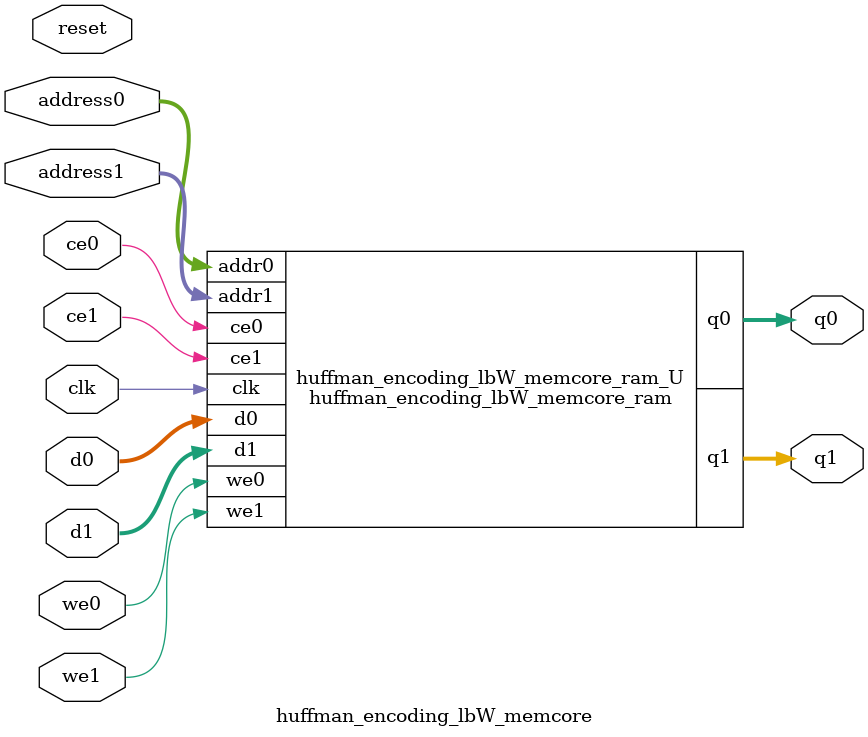
<source format=v>
`timescale 1 ns / 1 ps
module huffman_encoding_lbW_memcore_ram (addr0, ce0, d0, we0, q0, addr1, ce1, d1, we1, q1,  clk);

parameter DWIDTH = 32;
parameter AWIDTH = 9;
parameter MEM_SIZE = 512;

input[AWIDTH-1:0] addr0;
input ce0;
input[DWIDTH-1:0] d0;
input we0;
output reg[DWIDTH-1:0] q0;
input[AWIDTH-1:0] addr1;
input ce1;
input[DWIDTH-1:0] d1;
input we1;
output reg[DWIDTH-1:0] q1;
input clk;

(* ram_style = "block" *)reg [DWIDTH-1:0] ram[0:MEM_SIZE-1];




always @(posedge clk)  
begin 
    if (ce0) begin
        if (we0) 
            ram[addr0] <= d0; 
        q0 <= ram[addr0];
    end
end


always @(posedge clk)  
begin 
    if (ce1) begin
        if (we1) 
            ram[addr1] <= d1; 
        q1 <= ram[addr1];
    end
end


endmodule

`timescale 1 ns / 1 ps
module huffman_encoding_lbW_memcore(
    reset,
    clk,
    address0,
    ce0,
    we0,
    d0,
    q0,
    address1,
    ce1,
    we1,
    d1,
    q1);

parameter DataWidth = 32'd32;
parameter AddressRange = 32'd512;
parameter AddressWidth = 32'd9;
input reset;
input clk;
input[AddressWidth - 1:0] address0;
input ce0;
input we0;
input[DataWidth - 1:0] d0;
output[DataWidth - 1:0] q0;
input[AddressWidth - 1:0] address1;
input ce1;
input we1;
input[DataWidth - 1:0] d1;
output[DataWidth - 1:0] q1;



huffman_encoding_lbW_memcore_ram huffman_encoding_lbW_memcore_ram_U(
    .clk( clk ),
    .addr0( address0 ),
    .ce0( ce0 ),
    .we0( we0 ),
    .d0( d0 ),
    .q0( q0 ),
    .addr1( address1 ),
    .ce1( ce1 ),
    .we1( we1 ),
    .d1( d1 ),
    .q1( q1 ));

endmodule


</source>
